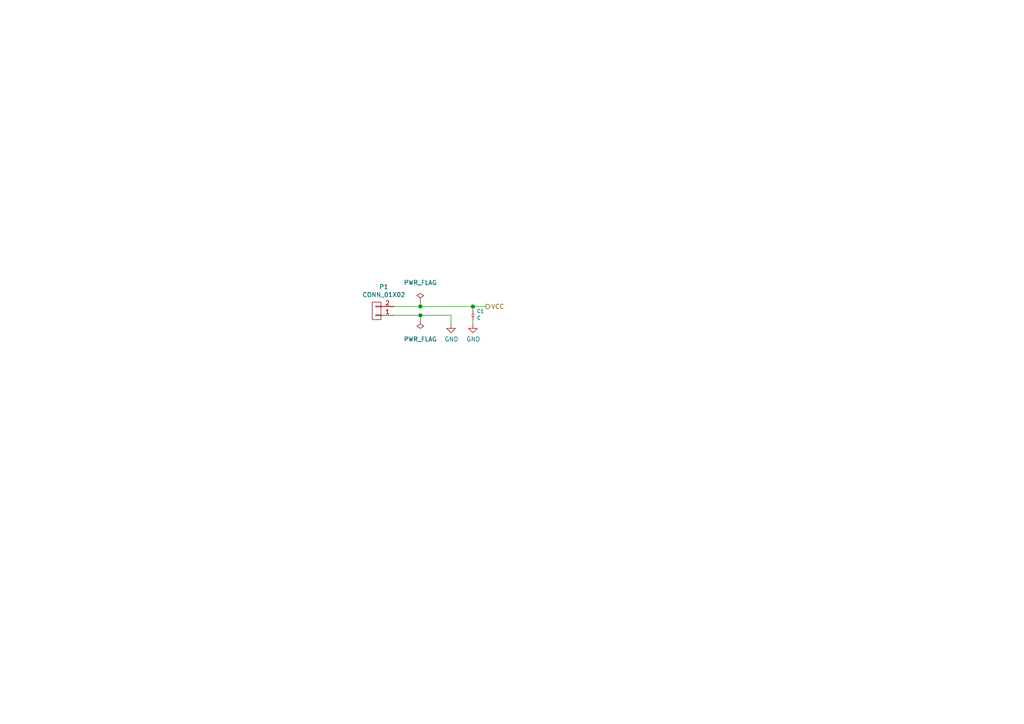
<source format=kicad_sch>
(kicad_sch (version 20230409) (generator eeschema)
  (paper "A4")
  (lib_symbols
    (symbol "good-project-rescue:C-passive" (pin_numbers hide) (pin_names (offset 1.016) hide)
      (property "Reference" "C" (at 0 1.27 0))
      (property "Value" "C-passive" (at 0 -1.27 0))
      (symbol "C-passive_0_1"
        (polyline (pts (xy -0.635 0) (xy -1.27 0)))
        (polyline (pts (xy -0.635 0) (xy -0.381 0)))
        (polyline (pts (xy -0.254 0.381) (xy -0.254 -0.381)))
        (polyline (pts (xy 0.254 0.381) (xy 0.254 -0.381)))
        (polyline (pts (xy 0.635 0) (xy 0.254 0)))
        (polyline (pts (xy 1.27 0) (xy 0.635 0)))
      )
      (symbol "C-passive_1_1"
        (pin passive line (at -1.27 0 0) (length 0) (name "1") (number "1"))
        (pin passive line (at 1.27 0 0) (length 0) (name "2") (number "2"))
      )
    )
    (symbol "good-project-rescue:CONN_01X02-conn" (pin_names (offset 1.016) hide)
      (property "Reference" "P" (at 0 3.81 0))
      (property "Value" "CONN_01X02-conn" (at 2.54 0 90))
      (symbol "CONN_01X02-conn_0_1"
        (rectangle (start -1.27 -1.143) (end 0.254 -1.397))
        (rectangle (start -1.27 1.397) (end 0.254 1.143))
        (rectangle (start -1.27 2.54) (end 1.27 -2.54))
      )
      (symbol "CONN_01X02-conn_1_1"
        (pin passive line (at -5.08 1.27 0) (length 3.81) (name "P1") (number "1"))
        (pin passive line (at -5.08 -1.27 0) (length 3.81) (name "P2") (number "2"))
      )
    )
    (symbol "power:GND" (power) (pin_names (offset 0))
      (property "Value" "GND" (at 0 -3.81 0))
      (symbol "GND_0_1"
        (polyline (pts (xy 0 0) (xy 0 -1.27) (xy 1.27 -1.27) (xy 0 -2.54) (xy -1.27 -1.27) (xy 0 -1.27)))
      )
      (symbol "GND_1_1"
        (pin power_in line (at 0 0 270) (length 0) hide (name "GND") (number "1"))
      )
    )
    (symbol "power:PWR_FLAG" (power) (pin_numbers hide) (pin_names (offset 0) hide)
      (property "Value" "PWR_FLAG" (at 0 3.81 0))
      (symbol "PWR_FLAG_0_0"
        (pin power_out line (at 0 0 90) (length 0) (name "pwr") (number "1"))
      )
      (symbol "PWR_FLAG_0_1"
        (polyline (pts (xy 0 0) (xy 0 1.27) (xy -1.016 1.905) (xy 0 2.54) (xy 1.016 1.905) (xy 0 1.27)))
      )
    )
  )
  (junction (at 137.16 88.9) (diameter 1.016))
  (junction (at 121.92 91.44) (diameter 1.016))
  (junction (at 121.92 88.9) (diameter 1.016))
  (wire (pts (xy 114.3 88.9) (xy 121.92 88.9)))
  (wire (pts (xy 121.92 91.44) (xy 130.81 91.44)))
  (wire (pts (xy 121.92 88.9) (xy 137.16 88.9)))
  (wire (pts (xy 121.92 87.63) (xy 121.92 88.9)))
  (wire (pts (xy 137.16 88.9) (xy 140.97 88.9)))
  (wire (pts (xy 121.92 92.71) (xy 121.92 91.44)))
  (wire (pts (xy 130.81 91.44) (xy 130.81 93.98)))
  (wire (pts (xy 137.16 90.17) (xy 137.16 88.9)))
  (wire (pts (xy 114.3 91.44) (xy 121.92 91.44)))
  (wire (pts (xy 137.16 93.98) (xy 137.16 92.71)))
  (hierarchical_label "VCC" (shape output) (at 140.97 88.9 0))
  (symbol (lib_id "good-project-rescue:CONN_01X02-conn") (at 109.22 90.17 180) (unit 1)
    (property "Reference" "P1" (at 111.3282 83.185 0))
    (property "Value" "CONN_01X02" (at 111.3282 85.4964 0))
    (property "Footprint" "Connector_JST:JST_JWPF_B02B-JWPF-SK-R_1x02_P2.00mm_Vertical" (effects hide))
    (property "Sim.Enable" "0" (effects hide))
  )
  (symbol (lib_id "power:PWR_FLAG") (at 121.92 87.63 0) (unit 1)
    (property "Reference" "#FLG01" (effects hide))
    (property "Value" "PWR_FLAG" (at 121.92 81.9658 0))
  )
  (symbol (lib_id "power:PWR_FLAG") (at 121.92 92.71 180) (unit 1)
    (property "Reference" "#FLG02" (effects hide))
    (property "Value" "PWR_FLAG" (at 121.92 98.3742 0))
  )
  (symbol (lib_id "power:GND") (at 130.81 93.98 0) (unit 1)
    (property "Reference" "#PWR01" (effects hide))
    (property "Value" "GND" (at 130.937 98.3742 0))
  )
  (symbol (lib_id "good-project-rescue:C-passive") (at 137.16 91.44 270) (unit 1)
    (property "Reference" "C1" (at 138.2776 90.2716 90) (effects (font (size 1.016 1.016)) (justify left)))
    (property "Value" "C" (at 138.2776 92.202 90) (effects (font (size 1.016 1.016)) (justify left)))
    (property "Footprint" "Capacitor_SMD:C_0402_1005Metric" (effects hide))
  )
  (symbol (lib_id "power:GND") (at 137.16 93.98 0) (unit 1)
    (property "Reference" "#PWR02" (effects hide))
    (property "Value" "GND" (at 137.287 98.3742 0))
  )
)
</source>
